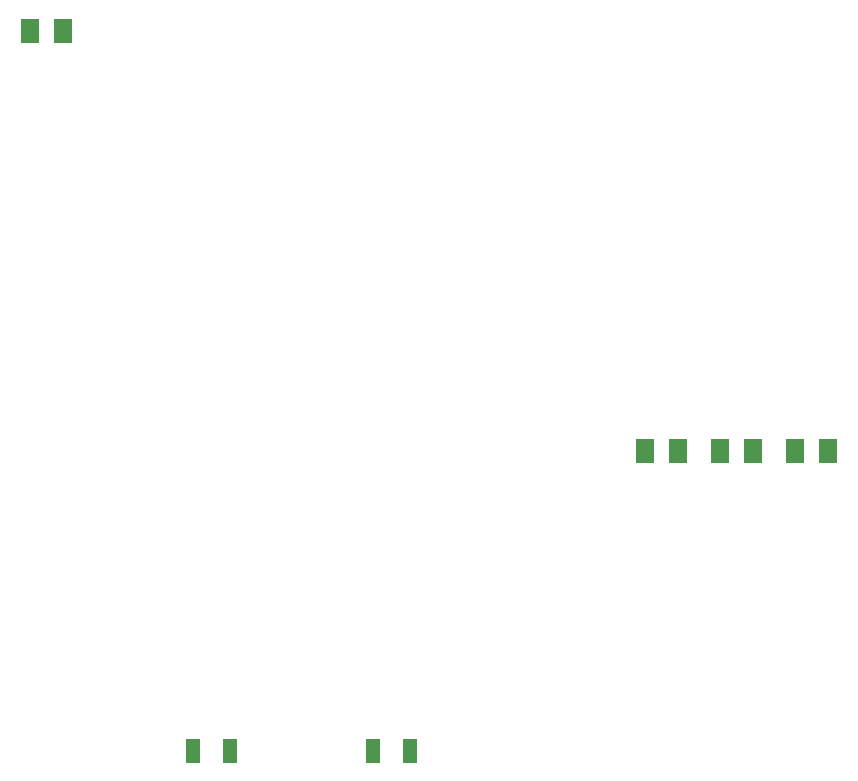
<source format=gtp>
G75*
G70*
%OFA0B0*%
%FSLAX24Y24*%
%IPPOS*%
%LPD*%
%AMOC8*
5,1,8,0,0,1.08239X$1,22.5*
%
%ADD10R,0.0630X0.0787*%
%ADD11R,0.0472X0.0787*%
D10*
X034549Y014600D03*
X035651Y014600D03*
X037049Y014600D03*
X038151Y014600D03*
X039549Y014600D03*
X040651Y014600D03*
X015151Y028600D03*
X014049Y028600D03*
D11*
X019470Y004600D03*
X020730Y004600D03*
X025470Y004600D03*
X026730Y004600D03*
M02*

</source>
